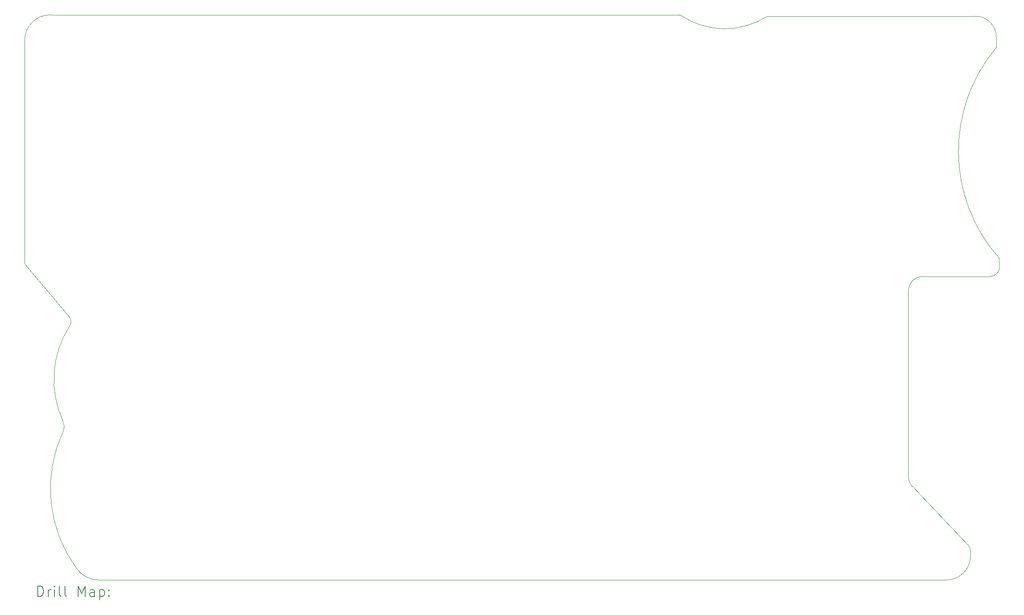
<source format=gbr>
%FSLAX45Y45*%
G04 Gerber Fmt 4.5, Leading zero omitted, Abs format (unit mm)*
G04 Created by KiCad (PCBNEW (6.0.6)) date 2023-02-02 00:20:57*
%MOMM*%
%LPD*%
G01*
G04 APERTURE LIST*
%TA.AperFunction,Profile*%
%ADD10C,0.100000*%
%TD*%
%ADD11C,0.200000*%
G04 APERTURE END LIST*
D10*
X22921112Y-8777189D02*
X24218912Y-8777189D01*
X24218912Y-8777180D02*
G75*
G03*
X24399220Y-8596803I-2J180310D01*
G01*
X5602012Y-8532221D02*
X6460512Y-9561193D01*
X6470890Y-9734339D02*
G75*
G03*
X6460461Y-9561193I-122670J79499D01*
G01*
X24336912Y-4160577D02*
X24336912Y-4363827D01*
X18234907Y-3732780D02*
G75*
G03*
X19926243Y-3759305I865603J1257860D01*
G01*
X22921112Y-8777179D02*
G75*
G03*
X22639519Y-9058781I-2J-281591D01*
G01*
X6345365Y-11765582D02*
G75*
G03*
X6611590Y-14423435I2353147J-1106555D01*
G01*
X23372712Y-14634177D02*
X7030812Y-14634177D01*
X6470931Y-9734343D02*
G75*
G03*
X6345429Y-11578585I1597381J-1035094D01*
G01*
X23840238Y-14085654D02*
G75*
G03*
X23787369Y-13950968I-190928J2774D01*
G01*
X6090712Y-3732787D02*
X18234912Y-3732787D01*
X22716312Y-12829977D02*
X23787412Y-13950967D01*
X23840212Y-14085657D02*
X23838912Y-14174707D01*
X19926312Y-3759307D02*
X23936812Y-3759307D01*
X5602012Y-8532221D02*
X5602012Y-4221547D01*
X24336948Y-4363804D02*
G75*
G03*
X24391097Y-8424470I2374264J-1999033D01*
G01*
X6345335Y-11765589D02*
G75*
G03*
X6345377Y-11578601I-198925J93539D01*
G01*
X24391012Y-8424477D02*
X24399212Y-8596803D01*
X22639612Y-12638587D02*
X22639612Y-9058781D01*
X22639574Y-12638587D02*
G75*
G03*
X22716308Y-12829975I277036J-3D01*
G01*
X6090712Y-3732785D02*
G75*
G03*
X5601950Y-4221547I0J-488762D01*
G01*
X23372712Y-14634180D02*
G75*
G03*
X23838921Y-14174698I-2J466260D01*
G01*
X6611551Y-14423431D02*
G75*
G03*
X7030812Y-14634183I419259J311652D01*
G01*
X24336878Y-4160577D02*
G75*
G03*
X23936757Y-3759313I-401268J-3D01*
G01*
D11*
X5854569Y-14949659D02*
X5854569Y-14749659D01*
X5902188Y-14749659D01*
X5930760Y-14759183D01*
X5949807Y-14778230D01*
X5959331Y-14797278D01*
X5968855Y-14835373D01*
X5968855Y-14863945D01*
X5959331Y-14902040D01*
X5949807Y-14921087D01*
X5930760Y-14940135D01*
X5902188Y-14949659D01*
X5854569Y-14949659D01*
X6054569Y-14949659D02*
X6054569Y-14816326D01*
X6054569Y-14854421D02*
X6064093Y-14835373D01*
X6073617Y-14825849D01*
X6092664Y-14816326D01*
X6111712Y-14816326D01*
X6178379Y-14949659D02*
X6178379Y-14816326D01*
X6178379Y-14749659D02*
X6168855Y-14759183D01*
X6178379Y-14768707D01*
X6187902Y-14759183D01*
X6178379Y-14749659D01*
X6178379Y-14768707D01*
X6302188Y-14949659D02*
X6283141Y-14940135D01*
X6273617Y-14921087D01*
X6273617Y-14749659D01*
X6406950Y-14949659D02*
X6387902Y-14940135D01*
X6378379Y-14921087D01*
X6378379Y-14749659D01*
X6635522Y-14949659D02*
X6635522Y-14749659D01*
X6702188Y-14892516D01*
X6768855Y-14749659D01*
X6768855Y-14949659D01*
X6949807Y-14949659D02*
X6949807Y-14844897D01*
X6940283Y-14825849D01*
X6921236Y-14816326D01*
X6883141Y-14816326D01*
X6864093Y-14825849D01*
X6949807Y-14940135D02*
X6930760Y-14949659D01*
X6883141Y-14949659D01*
X6864093Y-14940135D01*
X6854569Y-14921087D01*
X6854569Y-14902040D01*
X6864093Y-14882992D01*
X6883141Y-14873468D01*
X6930760Y-14873468D01*
X6949807Y-14863945D01*
X7045045Y-14816326D02*
X7045045Y-15016326D01*
X7045045Y-14825849D02*
X7064093Y-14816326D01*
X7102188Y-14816326D01*
X7121236Y-14825849D01*
X7130760Y-14835373D01*
X7140283Y-14854421D01*
X7140283Y-14911564D01*
X7130760Y-14930611D01*
X7121236Y-14940135D01*
X7102188Y-14949659D01*
X7064093Y-14949659D01*
X7045045Y-14940135D01*
X7225998Y-14930611D02*
X7235522Y-14940135D01*
X7225998Y-14949659D01*
X7216474Y-14940135D01*
X7225998Y-14930611D01*
X7225998Y-14949659D01*
X7225998Y-14825849D02*
X7235522Y-14835373D01*
X7225998Y-14844897D01*
X7216474Y-14835373D01*
X7225998Y-14825849D01*
X7225998Y-14844897D01*
M02*

</source>
